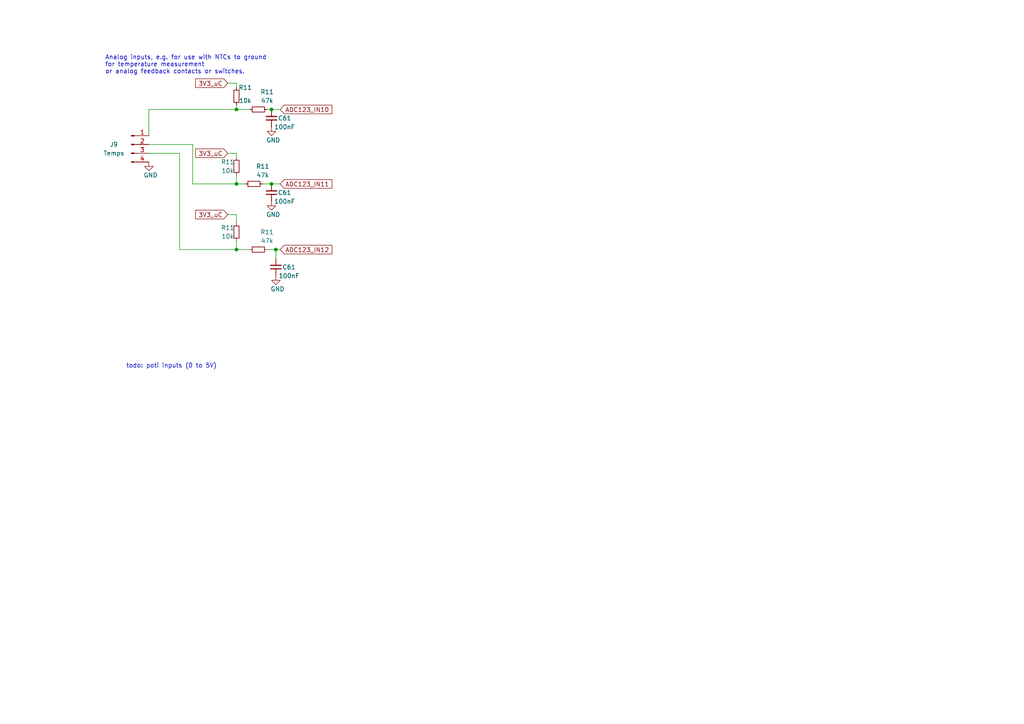
<source format=kicad_sch>
(kicad_sch (version 20231120) (generator "eeschema") (generator_version "8.0")
  (paper "A4")
  (lib_symbols
    (symbol "C_Small_13" (pin_numbers hide) (pin_names (offset 0.254) hide)
      (property "Reference" "C" (at 0.254 1.778 0))
      (property "Value" "C_Small_13" (at 0.254 -2.032 0))
      (symbol "C_Small_13_0_1"
        (polyline (pts (xy -1.524 -0.508) (xy 1.524 -0.508)) (stroke (width 0.3302)))
        (polyline (pts (xy -1.524 0.508) (xy 1.524 0.508)) (stroke (width 0.3048)))
      )
      (symbol "C_Small_13_1_1"
        (pin passive line (at 0 2.54 270) (length 2.032) (name "~") (number "1"))
        (pin passive line (at 0 -2.54 90) (length 2.032) (name "~") (number "2"))
      )
    )
    (symbol "Connector:Conn_01x04_Pin" (pin_names (offset 1.016) hide)
      (property "Reference" "J" (at 0 5.08 0))
      (property "Value" "Conn_01x04_Pin" (at 0 -7.62 0))
      (symbol "Conn_01x04_Pin_1_1"
        (polyline (pts (xy 1.27 -5.08) (xy 0.8636 -5.08)) (stroke (width 0.1524)))
        (polyline (pts (xy 1.27 -2.54) (xy 0.8636 -2.54)) (stroke (width 0.1524)))
        (polyline (pts (xy 1.27 0) (xy 0.8636 0)) (stroke (width 0.1524)))
        (polyline (pts (xy 1.27 2.54) (xy 0.8636 2.54)) (stroke (width 0.1524)))
        (rectangle (start 0.8636 -4.953) (end 0 -5.207) (stroke (width 0.1524)) (fill (type outline)))
        (rectangle (start 0.8636 -2.413) (end 0 -2.667) (stroke (width 0.1524)) (fill (type outline)))
        (rectangle (start 0.8636 0.127) (end 0 -0.127) (stroke (width 0.1524)) (fill (type outline)))
        (rectangle (start 0.8636 2.667) (end 0 2.413) (stroke (width 0.1524)) (fill (type outline)))
        (pin passive line (at 5.08 2.54 180) (length 3.81) (name "Pin_1") (number "1"))
        (pin passive line (at 5.08 0 180) (length 3.81) (name "Pin_2") (number "2"))
        (pin passive line (at 5.08 -2.54 180) (length 3.81) (name "Pin_3") (number "3"))
        (pin passive line (at 5.08 -5.08 180) (length 3.81) (name "Pin_4") (number "4"))
      )
    )
    (symbol "Device:R_Small" (pin_numbers hide) (pin_names (offset 0.254) hide)
      (property "Reference" "R" (at 0.762 0.508 0))
      (property "Value" "R_Small" (at 0.762 -1.016 0))
      (symbol "R_Small_0_1"
        (rectangle (start -0.762 1.778) (end 0.762 -1.778) (stroke (width 0.2032)))
      )
      (symbol "R_Small_1_1"
        (pin passive line (at 0 2.54 270) (length 0.762) (name "~") (number "1"))
        (pin passive line (at 0 -2.54 90) (length 0.762) (name "~") (number "2"))
      )
    )
    (symbol "power:GND" (power) (pin_names (offset 0))
      (property "Value" "GND" (at 0 -3.81 0))
      (symbol "GND_0_1"
        (polyline (pts (xy 0 0) (xy 0 -1.27) (xy 1.27 -1.27) (xy 0 -2.54) (xy -1.27 -1.27) (xy 0 -1.27)))
      )
      (symbol "GND_1_1"
        (pin power_in line (at 0 0 270) (length 0) hide (name "GND") (number "1"))
      )
    )
  )
  (junction (at 78.74 53.34))
  (junction (at 68.58 31.75))
  (junction (at 78.74 31.75))
  (junction (at 68.58 53.34))
  (junction (at 68.58 72.39))
  (junction (at 80.01 72.39))
  (wire (pts (xy 77.47 31.75) (xy 78.74 31.75)))
  (wire (pts (xy 78.74 53.34) (xy 81.28 53.34)))
  (wire (pts (xy 68.58 44.45) (xy 68.58 45.72)))
  (wire (pts (xy 43.18 39.37) (xy 43.18 31.75)))
  (wire (pts (xy 80.01 72.39) (xy 80.01 74.93)))
  (wire (pts (xy 77.47 72.39) (xy 80.01 72.39)))
  (wire (pts (xy 43.18 41.91) (xy 55.88 41.91)))
  (wire (pts (xy 43.18 31.75) (xy 68.58 31.75)))
  (wire (pts (xy 68.58 31.75) (xy 72.39 31.75)))
  (wire (pts (xy 68.58 53.34) (xy 68.58 50.8)))
  (wire (pts (xy 55.88 53.34) (xy 68.58 53.34)))
  (wire (pts (xy 68.58 62.23) (xy 68.58 64.77)))
  (wire (pts (xy 43.18 44.45) (xy 52.07 44.45)))
  (wire (pts (xy 66.04 44.45) (xy 68.58 44.45)))
  (wire (pts (xy 81.28 72.39) (xy 80.01 72.39)))
  (wire (pts (xy 68.58 30.48) (xy 68.58 31.75)))
  (wire (pts (xy 76.2 53.34) (xy 78.74 53.34)))
  (wire (pts (xy 66.04 62.23) (xy 68.58 62.23)))
  (wire (pts (xy 68.58 72.39) (xy 68.58 69.85)))
  (wire (pts (xy 68.58 24.13) (xy 66.04 24.13)))
  (wire (pts (xy 52.07 44.45) (xy 52.07 72.39)))
  (wire (pts (xy 55.88 41.91) (xy 55.88 53.34)))
  (wire (pts (xy 71.12 53.34) (xy 68.58 53.34)))
  (wire (pts (xy 78.74 31.75) (xy 81.28 31.75)))
  (wire (pts (xy 68.58 25.4) (xy 68.58 24.13)))
  (wire (pts (xy 52.07 72.39) (xy 68.58 72.39)))
  (wire (pts (xy 72.39 72.39) (xy 68.58 72.39)))
  (text "Analog inputs, e.g. for use with NTCs to ground\nfor temperature measurement\nor analog feedback contacts or switches." (at 30.48 21.59 0) (effects (font (size 1.27 1.27)) (justify left bottom)))
  (text "todo: poti inputs (0 to 5V)" (at 36.576 106.934 0) (effects (font (size 1.27 1.27)) (justify left bottom)))
  (global_label "ADC123_IN11" (shape input) (at 81.28 53.34 0) (property "Intersheetrefs" "${INTERSHEET_REFS}" (effects (hide yes))))
  (global_label "ADC123_IN12" (shape input) (at 81.28 72.39 0) (property "Intersheetrefs" "${INTERSHEET_REFS}" (effects (hide yes))))
  (global_label "3V3_uC" (shape input) (at 66.04 44.45 180) (property "Intersheetrefs" "${INTERSHEET_REFS}" (effects (hide yes))))
  (global_label "ADC123_IN10" (shape input) (at 81.28 31.75 0) (property "Intersheetrefs" "${INTERSHEET_REFS}" (effects (hide yes))))
  (global_label "3V3_uC" (shape input) (at 66.04 62.23 180) (property "Intersheetrefs" "${INTERSHEET_REFS}" (effects (hide yes))))
  (global_label "3V3_uC" (shape input) (at 66.04 24.13 180) (property "Intersheetrefs" "${INTERSHEET_REFS}" (effects (hide yes))))
  (symbol (lib_name "C_Small_13") (lib_id "Device:C_Small") (at 78.74 55.88 180) (unit 1)
    (property "Reference" "C61" (at 82.55 55.88 0))
    (property "Value" "100nF" (at 82.55 58.42 0))
    (property "Footprint" "Capacitor_SMD:C_1206_3216Metric_Pad1.33x1.80mm_HandSolder" (effects (hide yes)))
    (property "LCSC" "C14663" (effects (hide yes)))
    (instances (project "qca7000" (path "" (reference "C61") (unit 1)) (path "" (reference "C68") (unit 1)) (path "" (reference "C78") (unit 1))))
  )
  (symbol (lib_id "power:GND") (at 78.74 36.83 0) (unit 1)
    (property "Reference" "#PWR048" (effects (hide yes)))
    (property "Value" "GND" (at 81.28 40.64 0) (effects (justify right)))
    (instances (project "qca7000" (path "" (reference "#PWR048") (unit 1)) (path "" (reference "#PWR056") (unit 1)) (path "" (reference "#PWR082") (unit 1))))
  )
  (symbol (lib_name "C_Small_13") (lib_id "Device:C_Small") (at 78.74 34.29 180) (unit 1)
    (property "Reference" "C61" (at 82.55 34.29 0))
    (property "Value" "100nF" (at 82.55 36.83 0))
    (property "Footprint" "Capacitor_SMD:C_1206_3216Metric_Pad1.33x1.80mm_HandSolder" (effects (hide yes)))
    (property "LCSC" "C14663" (effects (hide yes)))
    (instances (project "qca7000" (path "" (reference "C61") (unit 1)) (path "" (reference "C68") (unit 1)) (path "" (reference "C77") (unit 1))))
  )
  (symbol (lib_name "C_Small_13") (lib_id "Device:C_Small") (at 80.01 77.47 180) (unit 1)
    (property "Reference" "C61" (at 83.82 77.47 0))
    (property "Value" "100nF" (at 83.82 80.01 0))
    (property "Footprint" "Capacitor_SMD:C_1206_3216Metric_Pad1.33x1.80mm_HandSolder" (effects (hide yes)))
    (property "LCSC" "C14663" (effects (hide yes)))
    (instances (project "qca7000" (path "" (reference "C61") (unit 1)) (path "" (reference "C68") (unit 1)) (path "" (reference "C79") (unit 1))))
  )
  (symbol (lib_id "power:GND") (at 43.18 46.99 0) (unit 1)
    (property "Reference" "#PWR048" (effects (hide yes)))
    (property "Value" "GND" (at 45.72 50.8 0) (effects (justify right)))
    (instances (project "qca7000" (path "" (reference "#PWR048") (unit 1)) (path "" (reference "#PWR056") (unit 1)) (path "" (reference "#PWR083") (unit 1))))
  )
  (symbol (lib_id "Device:R_Small") (at 74.93 72.39 90) (unit 1)
    (property "Reference" "R11" (at 77.47 67.31 90))
    (property "Value" "47k" (at 77.47 69.85 90))
    (property "Footprint" "Resistor_SMD:R_1206_3216Metric_Pad1.30x1.75mm_HandSolder" (effects (hide yes)))
    (property "LCSC" "C25804" (effects (hide yes)))
    (instances (project "qca7000" (path "" (reference "R11") (unit 1)) (path "" (reference "R11") (unit 1)) (path "" (reference "R36") (unit 1))))
  )
  (symbol (lib_id "Device:R_Small") (at 68.58 48.26 0) (unit 1)
    (property "Reference" "R11" (at 66.04 46.99 0))
    (property "Value" "10k" (at 66.04 49.53 0))
    (property "Footprint" "Resistor_SMD:R_1206_3216Metric_Pad1.30x1.75mm_HandSolder" (effects (hide yes)))
    (property "LCSC" "C25804" (effects (hide yes)))
    (instances (project "qca7000" (path "" (reference "R11") (unit 1)) (path "" (reference "R11") (unit 1)) (path "" (reference "R33") (unit 1))))
  )
  (symbol (lib_id "Device:R_Small") (at 73.66 53.34 90) (unit 1)
    (property "Reference" "R11" (at 76.2 48.26 90))
    (property "Value" "47k" (at 76.2 50.8 90))
    (property "Footprint" "Resistor_SMD:R_1206_3216Metric_Pad1.30x1.75mm_HandSolder" (effects (hide yes)))
    (property "LCSC" "C25804" (effects (hide yes)))
    (instances (project "qca7000" (path "" (reference "R11") (unit 1)) (path "" (reference "R11") (unit 1)) (path "" (reference "R34") (unit 1))))
  )
  (symbol (lib_id "Device:R_Small") (at 68.58 27.94 0) (unit 1)
    (property "Reference" "R11" (at 71.12 25.4 0))
    (property "Value" "10k" (at 71.12 29.21 0))
    (property "Footprint" "Resistor_SMD:R_1206_3216Metric_Pad1.30x1.75mm_HandSolder" (effects (hide yes)))
    (property "LCSC" "C25804" (effects (hide yes)))
    (instances (project "qca7000" (path "" (reference "R11") (unit 1)) (path "" (reference "R11") (unit 1)) (path "" (reference "R31") (unit 1))))
  )
  (symbol (lib_id "Device:R_Small") (at 68.58 67.31 0) (unit 1)
    (property "Reference" "R11" (at 66.04 66.04 0))
    (property "Value" "10k" (at 66.04 68.58 0))
    (property "Footprint" "Resistor_SMD:R_1206_3216Metric_Pad1.30x1.75mm_HandSolder" (effects (hide yes)))
    (property "LCSC" "C25804" (effects (hide yes)))
    (instances (project "qca7000" (path "" (reference "R11") (unit 1)) (path "" (reference "R11") (unit 1)) (path "" (reference "R35") (unit 1))))
  )
  (symbol (lib_id "power:GND") (at 80.01 80.01 0) (unit 1)
    (property "Reference" "#PWR048" (effects (hide yes)))
    (property "Value" "GND" (at 82.55 83.82 0) (effects (justify right)))
    (instances (project "qca7000" (path "" (reference "#PWR048") (unit 1)) (path "" (reference "#PWR056") (unit 1)) (path "" (reference "#PWR085") (unit 1))))
  )
  (symbol (lib_id "power:GND") (at 78.74 58.42 0) (unit 1)
    (property "Reference" "#PWR048" (effects (hide yes)))
    (property "Value" "GND" (at 81.28 62.23 0) (effects (justify right)))
    (instances (project "qca7000" (path "" (reference "#PWR048") (unit 1)) (path "" (reference "#PWR056") (unit 1)) (path "" (reference "#PWR084") (unit 1))))
  )
  (symbol (lib_id "Device:R_Small") (at 74.93 31.75 90) (unit 1)
    (property "Reference" "R11" (at 77.47 26.67 90))
    (property "Value" "47k" (at 77.47 29.21 90))
    (property "Footprint" "Resistor_SMD:R_1206_3216Metric_Pad1.30x1.75mm_HandSolder" (effects (hide yes)))
    (property "LCSC" "C25804" (effects (hide yes)))
    (instances (project "qca7000" (path "" (reference "R11") (unit 1)) (path "" (reference "R11") (unit 1)) (path "" (reference "R32") (unit 1))))
  )
  (symbol (lib_id "Connector:Conn_01x04_Pin") (at 38.1 41.91 0) (unit 1)
    (property "Reference" "J9" (at 33.02 41.91 0))
    (property "Value" "Temps" (at 33.02 44.45 0))
    (property "Footprint" "Connector_PinHeader_2.54mm:PinHeader_1x04_P2.54mm_Vertical" (effects (hide yes)))
  )
)
</source>
